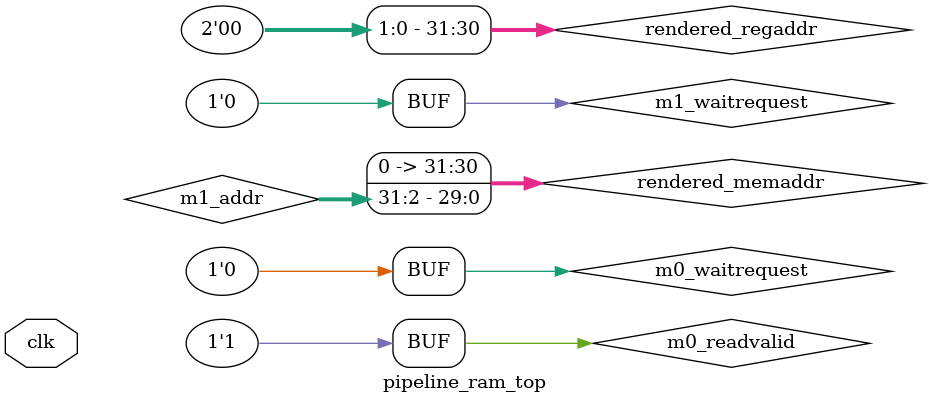
<source format=sv>
module pipeline_ram_top (
    input clk
);

    logic rst;
	 logic locked;
    
	 logic pll_clk, m1_sys_rst, m1_read, m1_write, m1_waitrequest, m1_readdatavalid;
	 logic readdatavalid_tmp;
	 logic [31 : 0] m1_addr, m1_readdata, m1_writedata;
	 logic [31:0] r0, r1, r2, r3;
	 
	 assign m1_waitrequest = 1'b0;
	 
	 always @(posedge pll_clk) begin
	     if (m1_sys_rst) begin
		      readdatavalid_tmp <= 1'b0;
              m1_readdatavalid <= 1'b0;
        end else begin
            readdatavalid_tmp <= m1_read;
            m1_readdatavalid <= readdatavalid_tmp;
		  end
	 end
	
	// r0, JTAG or RegFile
	// r1, ram address
	// r2, wren
	// r3, data
	logic effect_write;
    logic effect_write_last;
	logic [31:0] rendered_memaddr, access_addr, writedata;
	logic ram_wren;
	assign access_addr = r0[0] ? r1 : rendered_memaddr;
	 assign effect_write = r0[0] ? r2[0] : m1_write;
	 assign writedata = r0[0] ? r3 : m1_writedata;
	

    always_ff @(posedge pll_clk) begin
        if(m1_sys_rst) begin
            ram_wren <= 0;
            effect_write_last <= 0;
        end
        else if (~effect_write_last & effect_write) begin
            ram_wren <= 1;
            effect_write_last <= effect_write;
        end else begin
            ram_wren <= 0;
            effect_write_last <= effect_write;
        end
    end

    
	 
	 
    assign rendered_memaddr = m1_addr>>2;
	 
    pipeline_ram dut(
        .clk(pll_clk), .rst(m1_sys_rst),
        .addr_r(r1),
        .ram_en(ram_wren),
        // JTAG specific
        .use_JTAG(use_JTAG),
        .m_addr(rendered_memaddr),
        .s_readdata(m1_readdata),
        .m_write(m1_write),
        .m_writedata(m1_writedata),
        .s_readdatavalid()
    );
    // ram1 u0 (
    //     .data    (writedata),    //   input,  width = 32,    data.datain
    //     .q       (m1_readdata),       //  output,  width = 32,       q.dataout
    //     .address (access_addr), //   input,  width = 12, address.address
    //     .wren    (ram_wren),    //   input,   width = 1,    wren.wren
    //     .clock   (pll_clk)    //   input,   width = 1,   clock.clk
    // );
    
    logic m0_read, m0_write, m0_waitrequest, m0_readvalid;
    assign m0_waitrequest = 1'b0;
    assign m0_readvalid = 1'b1;
    logic [31:0] rendered_regaddr, reg_readdata, m0_writedata, m0_addr;
	assign rendered_regaddr = m0_addr>>2;
    regfile rf0 (
        .clock(pll_clk), .ctrl_writeEnable(m0_write), .ctrl_reset(m0_sys_rst),
        .ctrl_writeReg(rendered_regaddr), .ctrl_readRegA(rendered_regaddr), .ctrl_readRegB(),
        .data_writeReg(m0_writedata),
        .data_readRegA(reg_readdata), .data_readRegB(),
		  .r0(r0), .r1(r1), .r2(r2), .r3(r3)
        );

	
	
    SRAM_SC periph (
        .clock_bridge_0_out_clk_clk                   (pll_clk),                   //  output,   width = 1,            clock_bridge_0_out_clk.clk
        .clk_clk                                      (clk),                                      //   input,   width = 1,                               clk.clk
        .iopll_0_reset_reset                          (rst),                          //   input,   width = 1,                     iopll_0_reset.reset
        .iopll_0_locked_export                        (locked),                        //  output,   width = 1,                    iopll_0_locked.export
        .master_1_master_reset_reset                  (m1_sys_rst),                  //  output,   width = 1,             master_1_master_reset.reset
        .master_1_master_address                      (m1_addr),                      //  output,  width = 32,                   master_1_master.address
        .master_1_master_readdata                     (m1_readdata),                     //   input,  width = 32,                                  .readdata
        .master_1_master_read                         (m1_read),                         //  output,   width = 1,                                  .read
        .master_1_master_write                        (m1_write),                        //  output,   width = 1,                                  .write
        .master_1_master_writedata                    (m1_writedata),                    //  output,  width = 32,                                  .writedata
        .master_1_master_waitrequest                  (m1_waitrequest),                  //   input,   width = 1,                                  .waitrequest
        .master_1_master_readdatavalid                (m1_readdatavalid),                //   input,   width = 1,                                  .readdatavalid
        .master_1_master_byteenable                   (),                   //  output,   width = 4,                                  .byteenable
        .reset_reset                                  (~locked),                                  //   input,   width = 1,                             reset.reset
        .s10_user_rst_clkgate_2_ninit_done_ninit_done (rst),  //  output,   width = 1, s10_user_rst_clkgate_2_ninit_done.ninit_done
        //master_0 connected to Regfile
        .master_0_master_reset_reset                  (m0_sys_rst),                  //  output,   width = 1,             master_0_master_reset.reset
        .master_0_master_address                      (m0_addr),                      //  output,  width = 32,                   master_0_master.address
        .master_0_master_readdata                     (reg_readdata),                     //   input,  width = 32,                                  .readdata
        .master_0_master_read                         (m0_read),                         //  output,   width = 1,                                  .read
        .master_0_master_write                        (m0_write),                        //  output,   width = 1,                                  .write
        .master_0_master_writedata                    (m0_writedata),                    //  output,  width = 32,                                  .writedata
        .master_0_master_waitrequest                  (m0_waitrequest),                  //   input,   width = 1,                                  .waitrequest
        .master_0_master_readdatavalid                (m0_readvalid),                //   input,   width = 1,                                  .readdatavalid
        .master_0_master_byteenable                   ()                    //  output,   width = 4,                                  .byteenable
        );


endmodule: pipeline_ram_top
</source>
